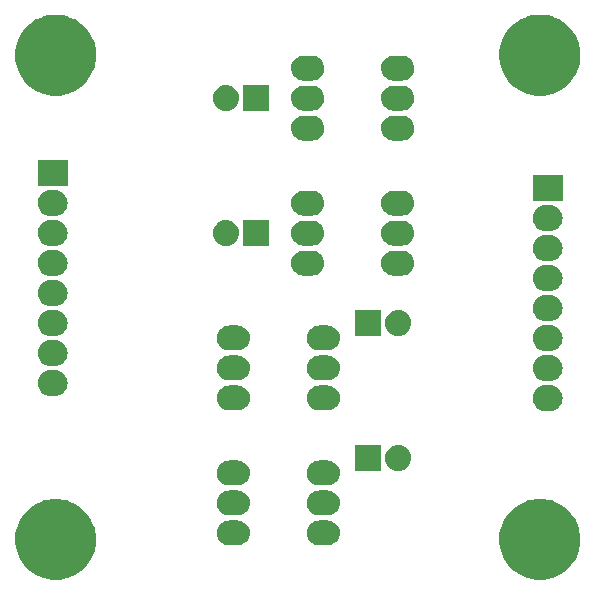
<source format=gbr>
G04 #@! TF.GenerationSoftware,KiCad,Pcbnew,(5.0.2)-1*
G04 #@! TF.CreationDate,2019-06-18T18:27:52-04:00*
G04 #@! TF.ProjectId,OptoFastBi,4f70746f-4661-4737-9442-692e6b696361,rev?*
G04 #@! TF.SameCoordinates,Original*
G04 #@! TF.FileFunction,Soldermask,Bot*
G04 #@! TF.FilePolarity,Negative*
%FSLAX46Y46*%
G04 Gerber Fmt 4.6, Leading zero omitted, Abs format (unit mm)*
G04 Created by KiCad (PCBNEW (5.0.2)-1) date 6/18/2019 6:27:52 PM*
%MOMM*%
%LPD*%
G01*
G04 APERTURE LIST*
%ADD10C,0.150000*%
G04 APERTURE END LIST*
D10*
G36*
X45668964Y-41636887D02*
X46000202Y-41702775D01*
X46258686Y-41809843D01*
X46624239Y-41961259D01*
X47185863Y-42336524D01*
X47663476Y-42814137D01*
X48038741Y-43375761D01*
X48118945Y-43569391D01*
X48297225Y-43999798D01*
X48345677Y-44243380D01*
X48429000Y-44662272D01*
X48429000Y-45337728D01*
X48297225Y-46000201D01*
X48038741Y-46624239D01*
X47663476Y-47185863D01*
X47185863Y-47663476D01*
X46624239Y-48038741D01*
X46258686Y-48190157D01*
X46000202Y-48297225D01*
X45668964Y-48363113D01*
X45337728Y-48429000D01*
X44662272Y-48429000D01*
X44331035Y-48363112D01*
X43999798Y-48297225D01*
X43741314Y-48190157D01*
X43375761Y-48038741D01*
X42814137Y-47663476D01*
X42336524Y-47185863D01*
X41961259Y-46624239D01*
X41702775Y-46000201D01*
X41571000Y-45337728D01*
X41571000Y-44662272D01*
X41654323Y-44243380D01*
X41702775Y-43999798D01*
X41881055Y-43569391D01*
X41961259Y-43375761D01*
X42336524Y-42814137D01*
X42814137Y-42336524D01*
X43375761Y-41961259D01*
X43741314Y-41809843D01*
X43999798Y-41702775D01*
X44331036Y-41636887D01*
X44662272Y-41571000D01*
X45337728Y-41571000D01*
X45668964Y-41636887D01*
X45668964Y-41636887D01*
G37*
G36*
X4668964Y-41636887D02*
X5000202Y-41702775D01*
X5258686Y-41809843D01*
X5624239Y-41961259D01*
X6185863Y-42336524D01*
X6663476Y-42814137D01*
X7038741Y-43375761D01*
X7118945Y-43569391D01*
X7297225Y-43999798D01*
X7345677Y-44243380D01*
X7429000Y-44662272D01*
X7429000Y-45337728D01*
X7297225Y-46000201D01*
X7038741Y-46624239D01*
X6663476Y-47185863D01*
X6185863Y-47663476D01*
X5624239Y-48038741D01*
X5258686Y-48190157D01*
X5000202Y-48297225D01*
X4668965Y-48363112D01*
X4337728Y-48429000D01*
X3662272Y-48429000D01*
X3331035Y-48363112D01*
X2999798Y-48297225D01*
X2741314Y-48190157D01*
X2375761Y-48038741D01*
X1814137Y-47663476D01*
X1336524Y-47185863D01*
X961259Y-46624239D01*
X702775Y-46000201D01*
X571000Y-45337728D01*
X571000Y-44662272D01*
X654323Y-44243380D01*
X702775Y-43999798D01*
X881055Y-43569391D01*
X961259Y-43375761D01*
X1336524Y-42814137D01*
X1814137Y-42336524D01*
X2375761Y-41961259D01*
X2741314Y-41809843D01*
X2999798Y-41702775D01*
X3331036Y-41636887D01*
X3662272Y-41571000D01*
X4337728Y-41571000D01*
X4668964Y-41636887D01*
X4668964Y-41636887D01*
G37*
G36*
X19503388Y-43401084D02*
X19606620Y-43411251D01*
X19739073Y-43451430D01*
X19805301Y-43471520D01*
X19903172Y-43523834D01*
X19988404Y-43569391D01*
X19988406Y-43569392D01*
X19988405Y-43569392D01*
X20148896Y-43701104D01*
X20280608Y-43861595D01*
X20378480Y-44044699D01*
X20378480Y-44044700D01*
X20438749Y-44243380D01*
X20459099Y-44450000D01*
X20438749Y-44656620D01*
X20437034Y-44662272D01*
X20378480Y-44855301D01*
X20326166Y-44953172D01*
X20280609Y-45038404D01*
X20148896Y-45198896D01*
X19988404Y-45330609D01*
X19975085Y-45337728D01*
X19805301Y-45428480D01*
X19739073Y-45448570D01*
X19606620Y-45488749D01*
X19503388Y-45498916D01*
X19451773Y-45504000D01*
X18648227Y-45504000D01*
X18596612Y-45498916D01*
X18493380Y-45488749D01*
X18360927Y-45448570D01*
X18294699Y-45428480D01*
X18124915Y-45337728D01*
X18111596Y-45330609D01*
X17951104Y-45198896D01*
X17819391Y-45038404D01*
X17773834Y-44953172D01*
X17721520Y-44855301D01*
X17662966Y-44662272D01*
X17661251Y-44656620D01*
X17640901Y-44450000D01*
X17661251Y-44243380D01*
X17721520Y-44044700D01*
X17721520Y-44044699D01*
X17819392Y-43861595D01*
X17951104Y-43701104D01*
X18111595Y-43569392D01*
X18111594Y-43569392D01*
X18111596Y-43569391D01*
X18196828Y-43523834D01*
X18294699Y-43471520D01*
X18360927Y-43451430D01*
X18493380Y-43411251D01*
X18596612Y-43401084D01*
X18648227Y-43396000D01*
X19451773Y-43396000D01*
X19503388Y-43401084D01*
X19503388Y-43401084D01*
G37*
G36*
X27123388Y-43401084D02*
X27226620Y-43411251D01*
X27359073Y-43451430D01*
X27425301Y-43471520D01*
X27523172Y-43523834D01*
X27608404Y-43569391D01*
X27608406Y-43569392D01*
X27608405Y-43569392D01*
X27768896Y-43701104D01*
X27900608Y-43861595D01*
X27998480Y-44044699D01*
X27998480Y-44044700D01*
X28058749Y-44243380D01*
X28079099Y-44450000D01*
X28058749Y-44656620D01*
X28057034Y-44662272D01*
X27998480Y-44855301D01*
X27946166Y-44953172D01*
X27900609Y-45038404D01*
X27768896Y-45198896D01*
X27608404Y-45330609D01*
X27595085Y-45337728D01*
X27425301Y-45428480D01*
X27359073Y-45448570D01*
X27226620Y-45488749D01*
X27123388Y-45498916D01*
X27071773Y-45504000D01*
X26268227Y-45504000D01*
X26216612Y-45498916D01*
X26113380Y-45488749D01*
X25980927Y-45448570D01*
X25914699Y-45428480D01*
X25744915Y-45337728D01*
X25731596Y-45330609D01*
X25571104Y-45198896D01*
X25439391Y-45038404D01*
X25393834Y-44953172D01*
X25341520Y-44855301D01*
X25282966Y-44662272D01*
X25281251Y-44656620D01*
X25260901Y-44450000D01*
X25281251Y-44243380D01*
X25341520Y-44044700D01*
X25341520Y-44044699D01*
X25439392Y-43861595D01*
X25571104Y-43701104D01*
X25731595Y-43569392D01*
X25731594Y-43569392D01*
X25731596Y-43569391D01*
X25816828Y-43523834D01*
X25914699Y-43471520D01*
X25980927Y-43451430D01*
X26113380Y-43411251D01*
X26216612Y-43401084D01*
X26268227Y-43396000D01*
X27071773Y-43396000D01*
X27123388Y-43401084D01*
X27123388Y-43401084D01*
G37*
G36*
X19503388Y-40861084D02*
X19606620Y-40871251D01*
X19739073Y-40911430D01*
X19805301Y-40931520D01*
X19903172Y-40983834D01*
X19988404Y-41029391D01*
X19988406Y-41029392D01*
X19988405Y-41029392D01*
X20148896Y-41161104D01*
X20280608Y-41321595D01*
X20378480Y-41504699D01*
X20378480Y-41504700D01*
X20438749Y-41703380D01*
X20459099Y-41910000D01*
X20438749Y-42116620D01*
X20398570Y-42249073D01*
X20378480Y-42315301D01*
X20367137Y-42336522D01*
X20280609Y-42498404D01*
X20148896Y-42658896D01*
X19988404Y-42790609D01*
X19903172Y-42836166D01*
X19805301Y-42888480D01*
X19739073Y-42908570D01*
X19606620Y-42948749D01*
X19503388Y-42958916D01*
X19451773Y-42964000D01*
X18648227Y-42964000D01*
X18596612Y-42958916D01*
X18493380Y-42948749D01*
X18360927Y-42908570D01*
X18294699Y-42888480D01*
X18196828Y-42836166D01*
X18111596Y-42790609D01*
X17951104Y-42658896D01*
X17819391Y-42498404D01*
X17732863Y-42336522D01*
X17721520Y-42315301D01*
X17701430Y-42249073D01*
X17661251Y-42116620D01*
X17640901Y-41910000D01*
X17661251Y-41703380D01*
X17721520Y-41504700D01*
X17721520Y-41504699D01*
X17819392Y-41321595D01*
X17951104Y-41161104D01*
X18111595Y-41029392D01*
X18111594Y-41029392D01*
X18111596Y-41029391D01*
X18196828Y-40983834D01*
X18294699Y-40931520D01*
X18360927Y-40911430D01*
X18493380Y-40871251D01*
X18596612Y-40861084D01*
X18648227Y-40856000D01*
X19451773Y-40856000D01*
X19503388Y-40861084D01*
X19503388Y-40861084D01*
G37*
G36*
X27123388Y-40861084D02*
X27226620Y-40871251D01*
X27359073Y-40911430D01*
X27425301Y-40931520D01*
X27523172Y-40983834D01*
X27608404Y-41029391D01*
X27608406Y-41029392D01*
X27608405Y-41029392D01*
X27768896Y-41161104D01*
X27900608Y-41321595D01*
X27998480Y-41504699D01*
X27998480Y-41504700D01*
X28058749Y-41703380D01*
X28079099Y-41910000D01*
X28058749Y-42116620D01*
X28018570Y-42249073D01*
X27998480Y-42315301D01*
X27987137Y-42336522D01*
X27900609Y-42498404D01*
X27768896Y-42658896D01*
X27608404Y-42790609D01*
X27523172Y-42836166D01*
X27425301Y-42888480D01*
X27359073Y-42908570D01*
X27226620Y-42948749D01*
X27123388Y-42958916D01*
X27071773Y-42964000D01*
X26268227Y-42964000D01*
X26216612Y-42958916D01*
X26113380Y-42948749D01*
X25980927Y-42908570D01*
X25914699Y-42888480D01*
X25816828Y-42836166D01*
X25731596Y-42790609D01*
X25571104Y-42658896D01*
X25439391Y-42498404D01*
X25352863Y-42336522D01*
X25341520Y-42315301D01*
X25321430Y-42249073D01*
X25281251Y-42116620D01*
X25260901Y-41910000D01*
X25281251Y-41703380D01*
X25341520Y-41504700D01*
X25341520Y-41504699D01*
X25439392Y-41321595D01*
X25571104Y-41161104D01*
X25731595Y-41029392D01*
X25731594Y-41029392D01*
X25731596Y-41029391D01*
X25816828Y-40983834D01*
X25914699Y-40931520D01*
X25980927Y-40911430D01*
X26113380Y-40871251D01*
X26216612Y-40861084D01*
X26268227Y-40856000D01*
X27071773Y-40856000D01*
X27123388Y-40861084D01*
X27123388Y-40861084D01*
G37*
G36*
X27123388Y-38321084D02*
X27226620Y-38331251D01*
X27359073Y-38371430D01*
X27425301Y-38391520D01*
X27523172Y-38443834D01*
X27608404Y-38489391D01*
X27608406Y-38489392D01*
X27608405Y-38489392D01*
X27768896Y-38621104D01*
X27900608Y-38781595D01*
X27998480Y-38964699D01*
X27998480Y-38964700D01*
X28058749Y-39163380D01*
X28079099Y-39370000D01*
X28058749Y-39576620D01*
X28018570Y-39709073D01*
X27998480Y-39775301D01*
X27946166Y-39873172D01*
X27900609Y-39958404D01*
X27768896Y-40118896D01*
X27608404Y-40250609D01*
X27523172Y-40296166D01*
X27425301Y-40348480D01*
X27359073Y-40368570D01*
X27226620Y-40408749D01*
X27123388Y-40418916D01*
X27071773Y-40424000D01*
X26268227Y-40424000D01*
X26216612Y-40418916D01*
X26113380Y-40408749D01*
X25980927Y-40368570D01*
X25914699Y-40348480D01*
X25816828Y-40296166D01*
X25731596Y-40250609D01*
X25571104Y-40118896D01*
X25439391Y-39958404D01*
X25393834Y-39873172D01*
X25341520Y-39775301D01*
X25321430Y-39709073D01*
X25281251Y-39576620D01*
X25260901Y-39370000D01*
X25281251Y-39163380D01*
X25341520Y-38964700D01*
X25341520Y-38964699D01*
X25439392Y-38781595D01*
X25571104Y-38621104D01*
X25731595Y-38489392D01*
X25731594Y-38489392D01*
X25731596Y-38489391D01*
X25816828Y-38443834D01*
X25914699Y-38391520D01*
X25980927Y-38371430D01*
X26113380Y-38331251D01*
X26216612Y-38321084D01*
X26268227Y-38316000D01*
X27071773Y-38316000D01*
X27123388Y-38321084D01*
X27123388Y-38321084D01*
G37*
G36*
X19503388Y-38321084D02*
X19606620Y-38331251D01*
X19739073Y-38371430D01*
X19805301Y-38391520D01*
X19903172Y-38443834D01*
X19988404Y-38489391D01*
X19988406Y-38489392D01*
X19988405Y-38489392D01*
X20148896Y-38621104D01*
X20280608Y-38781595D01*
X20378480Y-38964699D01*
X20378480Y-38964700D01*
X20438749Y-39163380D01*
X20459099Y-39370000D01*
X20438749Y-39576620D01*
X20398570Y-39709073D01*
X20378480Y-39775301D01*
X20326166Y-39873172D01*
X20280609Y-39958404D01*
X20148896Y-40118896D01*
X19988404Y-40250609D01*
X19903172Y-40296166D01*
X19805301Y-40348480D01*
X19739073Y-40368570D01*
X19606620Y-40408749D01*
X19503388Y-40418916D01*
X19451773Y-40424000D01*
X18648227Y-40424000D01*
X18596612Y-40418916D01*
X18493380Y-40408749D01*
X18360927Y-40368570D01*
X18294699Y-40348480D01*
X18196828Y-40296166D01*
X18111596Y-40250609D01*
X17951104Y-40118896D01*
X17819391Y-39958404D01*
X17773834Y-39873172D01*
X17721520Y-39775301D01*
X17701430Y-39709073D01*
X17661251Y-39576620D01*
X17640901Y-39370000D01*
X17661251Y-39163380D01*
X17721520Y-38964700D01*
X17721520Y-38964699D01*
X17819392Y-38781595D01*
X17951104Y-38621104D01*
X18111595Y-38489392D01*
X18111594Y-38489392D01*
X18111596Y-38489391D01*
X18196828Y-38443834D01*
X18294699Y-38391520D01*
X18360927Y-38371430D01*
X18493380Y-38331251D01*
X18596612Y-38321084D01*
X18648227Y-38316000D01*
X19451773Y-38316000D01*
X19503388Y-38321084D01*
X19503388Y-38321084D01*
G37*
G36*
X31584000Y-39204000D02*
X29376000Y-39204000D01*
X29376000Y-36996000D01*
X31584000Y-36996000D01*
X31584000Y-39204000D01*
X31584000Y-39204000D01*
G37*
G36*
X33236423Y-37011974D02*
X33444526Y-37075102D01*
X33636313Y-37177614D01*
X33804423Y-37315577D01*
X33942386Y-37483687D01*
X34044898Y-37675474D01*
X34108026Y-37883577D01*
X34129341Y-38100000D01*
X34108026Y-38316423D01*
X34044898Y-38524526D01*
X33942386Y-38716313D01*
X33942384Y-38716316D01*
X33942383Y-38716317D01*
X33804423Y-38884423D01*
X33706606Y-38964699D01*
X33636313Y-39022386D01*
X33444526Y-39124898D01*
X33236423Y-39188026D01*
X33074231Y-39204000D01*
X32965769Y-39204000D01*
X32803577Y-39188026D01*
X32595474Y-39124898D01*
X32403687Y-39022386D01*
X32333395Y-38964699D01*
X32235577Y-38884423D01*
X32097617Y-38716317D01*
X32097616Y-38716316D01*
X32097614Y-38716313D01*
X31995102Y-38524526D01*
X31931974Y-38316423D01*
X31910659Y-38100000D01*
X31931974Y-37883577D01*
X31995102Y-37675474D01*
X32097614Y-37483687D01*
X32235577Y-37315577D01*
X32403687Y-37177614D01*
X32595474Y-37075102D01*
X32803577Y-37011974D01*
X32965769Y-36996000D01*
X33074231Y-36996000D01*
X33236423Y-37011974D01*
X33236423Y-37011974D01*
G37*
G36*
X45922029Y-31917790D02*
X46031488Y-31928571D01*
X46187340Y-31975849D01*
X46242160Y-31992478D01*
X46436310Y-32096253D01*
X46606486Y-32235914D01*
X46746147Y-32406090D01*
X46849922Y-32600240D01*
X46849923Y-32600244D01*
X46913829Y-32810912D01*
X46935407Y-33030000D01*
X46913829Y-33249088D01*
X46866551Y-33404940D01*
X46849922Y-33459760D01*
X46746147Y-33653910D01*
X46606486Y-33824086D01*
X46436310Y-33963747D01*
X46242160Y-34067522D01*
X46187340Y-34084151D01*
X46031488Y-34131429D01*
X45922029Y-34142210D01*
X45867300Y-34147600D01*
X45452700Y-34147600D01*
X45397971Y-34142210D01*
X45288512Y-34131429D01*
X45132660Y-34084151D01*
X45077840Y-34067522D01*
X44883690Y-33963747D01*
X44713514Y-33824086D01*
X44573853Y-33653910D01*
X44470078Y-33459760D01*
X44453449Y-33404940D01*
X44406171Y-33249088D01*
X44384593Y-33030000D01*
X44406171Y-32810912D01*
X44470077Y-32600244D01*
X44470078Y-32600240D01*
X44573853Y-32406090D01*
X44713514Y-32235914D01*
X44883690Y-32096253D01*
X45077840Y-31992478D01*
X45132660Y-31975849D01*
X45288512Y-31928571D01*
X45397971Y-31917790D01*
X45452700Y-31912400D01*
X45867300Y-31912400D01*
X45922029Y-31917790D01*
X45922029Y-31917790D01*
G37*
G36*
X19503388Y-31971084D02*
X19606620Y-31981251D01*
X19739073Y-32021430D01*
X19805301Y-32041520D01*
X19903172Y-32093834D01*
X19988404Y-32139391D01*
X20106017Y-32235914D01*
X20148896Y-32271104D01*
X20280608Y-32431595D01*
X20378480Y-32614699D01*
X20378480Y-32614700D01*
X20438749Y-32813380D01*
X20459099Y-33020000D01*
X20438749Y-33226620D01*
X20431934Y-33249086D01*
X20378480Y-33425301D01*
X20360063Y-33459756D01*
X20280609Y-33608404D01*
X20148896Y-33768896D01*
X19988404Y-33900609D01*
X19903172Y-33946166D01*
X19805301Y-33998480D01*
X19739073Y-34018570D01*
X19606620Y-34058749D01*
X19517545Y-34067522D01*
X19451773Y-34074000D01*
X18648227Y-34074000D01*
X18582455Y-34067522D01*
X18493380Y-34058749D01*
X18360927Y-34018570D01*
X18294699Y-33998480D01*
X18196828Y-33946166D01*
X18111596Y-33900609D01*
X17951104Y-33768896D01*
X17819391Y-33608404D01*
X17739937Y-33459756D01*
X17721520Y-33425301D01*
X17668066Y-33249086D01*
X17661251Y-33226620D01*
X17640901Y-33020000D01*
X17661251Y-32813380D01*
X17721520Y-32614700D01*
X17721520Y-32614699D01*
X17819392Y-32431595D01*
X17951104Y-32271104D01*
X17993983Y-32235914D01*
X18111596Y-32139391D01*
X18196828Y-32093834D01*
X18294699Y-32041520D01*
X18360927Y-32021430D01*
X18493380Y-31981251D01*
X18596612Y-31971084D01*
X18648227Y-31966000D01*
X19451773Y-31966000D01*
X19503388Y-31971084D01*
X19503388Y-31971084D01*
G37*
G36*
X27123388Y-31971084D02*
X27226620Y-31981251D01*
X27359073Y-32021430D01*
X27425301Y-32041520D01*
X27523172Y-32093834D01*
X27608404Y-32139391D01*
X27726017Y-32235914D01*
X27768896Y-32271104D01*
X27900608Y-32431595D01*
X27998480Y-32614699D01*
X27998480Y-32614700D01*
X28058749Y-32813380D01*
X28079099Y-33020000D01*
X28058749Y-33226620D01*
X28051934Y-33249086D01*
X27998480Y-33425301D01*
X27980063Y-33459756D01*
X27900609Y-33608404D01*
X27768896Y-33768896D01*
X27608404Y-33900609D01*
X27523172Y-33946166D01*
X27425301Y-33998480D01*
X27359073Y-34018570D01*
X27226620Y-34058749D01*
X27137545Y-34067522D01*
X27071773Y-34074000D01*
X26268227Y-34074000D01*
X26202455Y-34067522D01*
X26113380Y-34058749D01*
X25980927Y-34018570D01*
X25914699Y-33998480D01*
X25816828Y-33946166D01*
X25731596Y-33900609D01*
X25571104Y-33768896D01*
X25439391Y-33608404D01*
X25359937Y-33459756D01*
X25341520Y-33425301D01*
X25288066Y-33249086D01*
X25281251Y-33226620D01*
X25260901Y-33020000D01*
X25281251Y-32813380D01*
X25341520Y-32614700D01*
X25341520Y-32614699D01*
X25439392Y-32431595D01*
X25571104Y-32271104D01*
X25613983Y-32235914D01*
X25731596Y-32139391D01*
X25816828Y-32093834D01*
X25914699Y-32041520D01*
X25980927Y-32021430D01*
X26113380Y-31981251D01*
X26216612Y-31971084D01*
X26268227Y-31966000D01*
X27071773Y-31966000D01*
X27123388Y-31971084D01*
X27123388Y-31971084D01*
G37*
G36*
X4012029Y-30647790D02*
X4121488Y-30658571D01*
X4213952Y-30686620D01*
X4332160Y-30722478D01*
X4526310Y-30826253D01*
X4696486Y-30965914D01*
X4836147Y-31136090D01*
X4939922Y-31330240D01*
X4939923Y-31330244D01*
X5003829Y-31540912D01*
X5025407Y-31760000D01*
X5003829Y-31979088D01*
X4999767Y-31992477D01*
X4939922Y-32189760D01*
X4836147Y-32383910D01*
X4696486Y-32554086D01*
X4526310Y-32693747D01*
X4332160Y-32797522D01*
X4288019Y-32810912D01*
X4121488Y-32861429D01*
X4012029Y-32872210D01*
X3957300Y-32877600D01*
X3542700Y-32877600D01*
X3487971Y-32872210D01*
X3378512Y-32861429D01*
X3211981Y-32810912D01*
X3167840Y-32797522D01*
X2973690Y-32693747D01*
X2803514Y-32554086D01*
X2663853Y-32383910D01*
X2560078Y-32189760D01*
X2500233Y-31992477D01*
X2496171Y-31979088D01*
X2474593Y-31760000D01*
X2496171Y-31540912D01*
X2560077Y-31330244D01*
X2560078Y-31330240D01*
X2663853Y-31136090D01*
X2803514Y-30965914D01*
X2973690Y-30826253D01*
X3167840Y-30722478D01*
X3286048Y-30686620D01*
X3378512Y-30658571D01*
X3487971Y-30647790D01*
X3542700Y-30642400D01*
X3957300Y-30642400D01*
X4012029Y-30647790D01*
X4012029Y-30647790D01*
G37*
G36*
X45922029Y-29377790D02*
X46031488Y-29388571D01*
X46187340Y-29435849D01*
X46242160Y-29452478D01*
X46436310Y-29556253D01*
X46606486Y-29695914D01*
X46746147Y-29866090D01*
X46849922Y-30060240D01*
X46849923Y-30060244D01*
X46913829Y-30270912D01*
X46935407Y-30490000D01*
X46913829Y-30709088D01*
X46909767Y-30722477D01*
X46849922Y-30919760D01*
X46746147Y-31113910D01*
X46606486Y-31284086D01*
X46436310Y-31423747D01*
X46242160Y-31527522D01*
X46198019Y-31540912D01*
X46031488Y-31591429D01*
X45922029Y-31602210D01*
X45867300Y-31607600D01*
X45452700Y-31607600D01*
X45397971Y-31602210D01*
X45288512Y-31591429D01*
X45121981Y-31540912D01*
X45077840Y-31527522D01*
X44883690Y-31423747D01*
X44713514Y-31284086D01*
X44573853Y-31113910D01*
X44470078Y-30919760D01*
X44410233Y-30722477D01*
X44406171Y-30709088D01*
X44384593Y-30490000D01*
X44406171Y-30270912D01*
X44470077Y-30060244D01*
X44470078Y-30060240D01*
X44573853Y-29866090D01*
X44713514Y-29695914D01*
X44883690Y-29556253D01*
X45077840Y-29452478D01*
X45132660Y-29435849D01*
X45288512Y-29388571D01*
X45397971Y-29377790D01*
X45452700Y-29372400D01*
X45867300Y-29372400D01*
X45922029Y-29377790D01*
X45922029Y-29377790D01*
G37*
G36*
X27123388Y-29431084D02*
X27226620Y-29441251D01*
X27359073Y-29481430D01*
X27425301Y-29501520D01*
X27523172Y-29553834D01*
X27608404Y-29599391D01*
X27726017Y-29695914D01*
X27768896Y-29731104D01*
X27900608Y-29891595D01*
X27998480Y-30074699D01*
X27998480Y-30074700D01*
X28058749Y-30273380D01*
X28079099Y-30480000D01*
X28058749Y-30686620D01*
X28018570Y-30819073D01*
X27998480Y-30885301D01*
X27980063Y-30919756D01*
X27900609Y-31068404D01*
X27768896Y-31228896D01*
X27608404Y-31360609D01*
X27523172Y-31406166D01*
X27425301Y-31458480D01*
X27359073Y-31478570D01*
X27226620Y-31518749D01*
X27137545Y-31527522D01*
X27071773Y-31534000D01*
X26268227Y-31534000D01*
X26202455Y-31527522D01*
X26113380Y-31518749D01*
X25980927Y-31478570D01*
X25914699Y-31458480D01*
X25816828Y-31406166D01*
X25731596Y-31360609D01*
X25571104Y-31228896D01*
X25439391Y-31068404D01*
X25359937Y-30919756D01*
X25341520Y-30885301D01*
X25321430Y-30819073D01*
X25281251Y-30686620D01*
X25260901Y-30480000D01*
X25281251Y-30273380D01*
X25341520Y-30074700D01*
X25341520Y-30074699D01*
X25439392Y-29891595D01*
X25571104Y-29731104D01*
X25613983Y-29695914D01*
X25731596Y-29599391D01*
X25816828Y-29553834D01*
X25914699Y-29501520D01*
X25980927Y-29481430D01*
X26113380Y-29441251D01*
X26216612Y-29431084D01*
X26268227Y-29426000D01*
X27071773Y-29426000D01*
X27123388Y-29431084D01*
X27123388Y-29431084D01*
G37*
G36*
X19503388Y-29431084D02*
X19606620Y-29441251D01*
X19739073Y-29481430D01*
X19805301Y-29501520D01*
X19903172Y-29553834D01*
X19988404Y-29599391D01*
X20106017Y-29695914D01*
X20148896Y-29731104D01*
X20280608Y-29891595D01*
X20378480Y-30074699D01*
X20378480Y-30074700D01*
X20438749Y-30273380D01*
X20459099Y-30480000D01*
X20438749Y-30686620D01*
X20398570Y-30819073D01*
X20378480Y-30885301D01*
X20360063Y-30919756D01*
X20280609Y-31068404D01*
X20148896Y-31228896D01*
X19988404Y-31360609D01*
X19903172Y-31406166D01*
X19805301Y-31458480D01*
X19739073Y-31478570D01*
X19606620Y-31518749D01*
X19517545Y-31527522D01*
X19451773Y-31534000D01*
X18648227Y-31534000D01*
X18582455Y-31527522D01*
X18493380Y-31518749D01*
X18360927Y-31478570D01*
X18294699Y-31458480D01*
X18196828Y-31406166D01*
X18111596Y-31360609D01*
X17951104Y-31228896D01*
X17819391Y-31068404D01*
X17739937Y-30919756D01*
X17721520Y-30885301D01*
X17701430Y-30819073D01*
X17661251Y-30686620D01*
X17640901Y-30480000D01*
X17661251Y-30273380D01*
X17721520Y-30074700D01*
X17721520Y-30074699D01*
X17819392Y-29891595D01*
X17951104Y-29731104D01*
X17993983Y-29695914D01*
X18111596Y-29599391D01*
X18196828Y-29553834D01*
X18294699Y-29501520D01*
X18360927Y-29481430D01*
X18493380Y-29441251D01*
X18596612Y-29431084D01*
X18648227Y-29426000D01*
X19451773Y-29426000D01*
X19503388Y-29431084D01*
X19503388Y-29431084D01*
G37*
G36*
X4012029Y-28107790D02*
X4121488Y-28118571D01*
X4213952Y-28146620D01*
X4332160Y-28182478D01*
X4526310Y-28286253D01*
X4696486Y-28425914D01*
X4836147Y-28596090D01*
X4939922Y-28790240D01*
X4939923Y-28790244D01*
X5003829Y-29000912D01*
X5025407Y-29220000D01*
X5003829Y-29439088D01*
X4999767Y-29452477D01*
X4939922Y-29649760D01*
X4836147Y-29843910D01*
X4696486Y-30014086D01*
X4526310Y-30153747D01*
X4332160Y-30257522D01*
X4288019Y-30270912D01*
X4121488Y-30321429D01*
X4012029Y-30332210D01*
X3957300Y-30337600D01*
X3542700Y-30337600D01*
X3487971Y-30332210D01*
X3378512Y-30321429D01*
X3211981Y-30270912D01*
X3167840Y-30257522D01*
X2973690Y-30153747D01*
X2803514Y-30014086D01*
X2663853Y-29843910D01*
X2560078Y-29649760D01*
X2500233Y-29452477D01*
X2496171Y-29439088D01*
X2474593Y-29220000D01*
X2496171Y-29000912D01*
X2560077Y-28790244D01*
X2560078Y-28790240D01*
X2663853Y-28596090D01*
X2803514Y-28425914D01*
X2973690Y-28286253D01*
X3167840Y-28182478D01*
X3286048Y-28146620D01*
X3378512Y-28118571D01*
X3487971Y-28107790D01*
X3542700Y-28102400D01*
X3957300Y-28102400D01*
X4012029Y-28107790D01*
X4012029Y-28107790D01*
G37*
G36*
X45922029Y-26837790D02*
X46031488Y-26848571D01*
X46156265Y-26886422D01*
X46242160Y-26912478D01*
X46436310Y-27016253D01*
X46606486Y-27155914D01*
X46746147Y-27326090D01*
X46849922Y-27520240D01*
X46849923Y-27520244D01*
X46913829Y-27730912D01*
X46935407Y-27950000D01*
X46913829Y-28169088D01*
X46909767Y-28182477D01*
X46849922Y-28379760D01*
X46746147Y-28573910D01*
X46606486Y-28744086D01*
X46436310Y-28883747D01*
X46242160Y-28987522D01*
X46198019Y-29000912D01*
X46031488Y-29051429D01*
X45922029Y-29062210D01*
X45867300Y-29067600D01*
X45452700Y-29067600D01*
X45397971Y-29062210D01*
X45288512Y-29051429D01*
X45121981Y-29000912D01*
X45077840Y-28987522D01*
X44883690Y-28883747D01*
X44713514Y-28744086D01*
X44573853Y-28573910D01*
X44470078Y-28379760D01*
X44410233Y-28182477D01*
X44406171Y-28169088D01*
X44384593Y-27950000D01*
X44406171Y-27730912D01*
X44470077Y-27520244D01*
X44470078Y-27520240D01*
X44573853Y-27326090D01*
X44713514Y-27155914D01*
X44883690Y-27016253D01*
X45077840Y-26912478D01*
X45163735Y-26886422D01*
X45288512Y-26848571D01*
X45397971Y-26837790D01*
X45452700Y-26832400D01*
X45867300Y-26832400D01*
X45922029Y-26837790D01*
X45922029Y-26837790D01*
G37*
G36*
X27123388Y-26891084D02*
X27226620Y-26901251D01*
X27359073Y-26941430D01*
X27425301Y-26961520D01*
X27523172Y-27013834D01*
X27608404Y-27059391D01*
X27726017Y-27155914D01*
X27768896Y-27191104D01*
X27900608Y-27351595D01*
X27998480Y-27534699D01*
X27998480Y-27534700D01*
X28058749Y-27733380D01*
X28079099Y-27940000D01*
X28058749Y-28146620D01*
X28018570Y-28279073D01*
X27998480Y-28345301D01*
X27980063Y-28379756D01*
X27900609Y-28528404D01*
X27768896Y-28688896D01*
X27608404Y-28820609D01*
X27523172Y-28866166D01*
X27425301Y-28918480D01*
X27359073Y-28938570D01*
X27226620Y-28978749D01*
X27137545Y-28987522D01*
X27071773Y-28994000D01*
X26268227Y-28994000D01*
X26202455Y-28987522D01*
X26113380Y-28978749D01*
X25980927Y-28938570D01*
X25914699Y-28918480D01*
X25816828Y-28866166D01*
X25731596Y-28820609D01*
X25571104Y-28688896D01*
X25439391Y-28528404D01*
X25359937Y-28379756D01*
X25341520Y-28345301D01*
X25321430Y-28279073D01*
X25281251Y-28146620D01*
X25260901Y-27940000D01*
X25281251Y-27733380D01*
X25341520Y-27534700D01*
X25341520Y-27534699D01*
X25439392Y-27351595D01*
X25571104Y-27191104D01*
X25613983Y-27155914D01*
X25731596Y-27059391D01*
X25816828Y-27013834D01*
X25914699Y-26961520D01*
X25980927Y-26941430D01*
X26113380Y-26901251D01*
X26216612Y-26891084D01*
X26268227Y-26886000D01*
X27071773Y-26886000D01*
X27123388Y-26891084D01*
X27123388Y-26891084D01*
G37*
G36*
X19503388Y-26891084D02*
X19606620Y-26901251D01*
X19739073Y-26941430D01*
X19805301Y-26961520D01*
X19903172Y-27013834D01*
X19988404Y-27059391D01*
X20106017Y-27155914D01*
X20148896Y-27191104D01*
X20280608Y-27351595D01*
X20378480Y-27534699D01*
X20378480Y-27534700D01*
X20438749Y-27733380D01*
X20459099Y-27940000D01*
X20438749Y-28146620D01*
X20398570Y-28279073D01*
X20378480Y-28345301D01*
X20360063Y-28379756D01*
X20280609Y-28528404D01*
X20148896Y-28688896D01*
X19988404Y-28820609D01*
X19903172Y-28866166D01*
X19805301Y-28918480D01*
X19739073Y-28938570D01*
X19606620Y-28978749D01*
X19517545Y-28987522D01*
X19451773Y-28994000D01*
X18648227Y-28994000D01*
X18582455Y-28987522D01*
X18493380Y-28978749D01*
X18360927Y-28938570D01*
X18294699Y-28918480D01*
X18196828Y-28866166D01*
X18111596Y-28820609D01*
X17951104Y-28688896D01*
X17819391Y-28528404D01*
X17739937Y-28379756D01*
X17721520Y-28345301D01*
X17701430Y-28279073D01*
X17661251Y-28146620D01*
X17640901Y-27940000D01*
X17661251Y-27733380D01*
X17721520Y-27534700D01*
X17721520Y-27534699D01*
X17819392Y-27351595D01*
X17951104Y-27191104D01*
X17993983Y-27155914D01*
X18111596Y-27059391D01*
X18196828Y-27013834D01*
X18294699Y-26961520D01*
X18360927Y-26941430D01*
X18493380Y-26901251D01*
X18596612Y-26891084D01*
X18648227Y-26886000D01*
X19451773Y-26886000D01*
X19503388Y-26891084D01*
X19503388Y-26891084D01*
G37*
G36*
X3993851Y-25566000D02*
X4121488Y-25578571D01*
X4277340Y-25625849D01*
X4332160Y-25642478D01*
X4526310Y-25746253D01*
X4696486Y-25885914D01*
X4836147Y-26056090D01*
X4939922Y-26250240D01*
X4939923Y-26250244D01*
X5003829Y-26460912D01*
X5025407Y-26680000D01*
X5003829Y-26899088D01*
X4999767Y-26912477D01*
X4939922Y-27109760D01*
X4836147Y-27303910D01*
X4696486Y-27474086D01*
X4526310Y-27613747D01*
X4332160Y-27717522D01*
X4288019Y-27730912D01*
X4121488Y-27781429D01*
X4012029Y-27792210D01*
X3957300Y-27797600D01*
X3542700Y-27797600D01*
X3487971Y-27792210D01*
X3378512Y-27781429D01*
X3211981Y-27730912D01*
X3167840Y-27717522D01*
X2973690Y-27613747D01*
X2803514Y-27474086D01*
X2663853Y-27303910D01*
X2560078Y-27109760D01*
X2500233Y-26912477D01*
X2496171Y-26899088D01*
X2474593Y-26680000D01*
X2496171Y-26460912D01*
X2560077Y-26250244D01*
X2560078Y-26250240D01*
X2663853Y-26056090D01*
X2803514Y-25885914D01*
X2973690Y-25746253D01*
X3167840Y-25642478D01*
X3222660Y-25625849D01*
X3378512Y-25578571D01*
X3506149Y-25566000D01*
X3542700Y-25562400D01*
X3957300Y-25562400D01*
X3993851Y-25566000D01*
X3993851Y-25566000D01*
G37*
G36*
X33236423Y-25581974D02*
X33444526Y-25645102D01*
X33636313Y-25747614D01*
X33636316Y-25747616D01*
X33636317Y-25747617D01*
X33748594Y-25839760D01*
X33804423Y-25885577D01*
X33942386Y-26053687D01*
X34044898Y-26245474D01*
X34108026Y-26453577D01*
X34129341Y-26670000D01*
X34108026Y-26886423D01*
X34044898Y-27094526D01*
X33942386Y-27286313D01*
X33942384Y-27286316D01*
X33942383Y-27286317D01*
X33804423Y-27454423D01*
X33706606Y-27534699D01*
X33636313Y-27592386D01*
X33444526Y-27694898D01*
X33236423Y-27758026D01*
X33074231Y-27774000D01*
X32965769Y-27774000D01*
X32803577Y-27758026D01*
X32595474Y-27694898D01*
X32403687Y-27592386D01*
X32333395Y-27534699D01*
X32235577Y-27454423D01*
X32097617Y-27286317D01*
X32097616Y-27286316D01*
X32097614Y-27286313D01*
X31995102Y-27094526D01*
X31931974Y-26886423D01*
X31910659Y-26670000D01*
X31931974Y-26453577D01*
X31995102Y-26245474D01*
X32097614Y-26053687D01*
X32235577Y-25885577D01*
X32291406Y-25839760D01*
X32403683Y-25747617D01*
X32403684Y-25747616D01*
X32403687Y-25747614D01*
X32595474Y-25645102D01*
X32803577Y-25581974D01*
X32965769Y-25566000D01*
X33074231Y-25566000D01*
X33236423Y-25581974D01*
X33236423Y-25581974D01*
G37*
G36*
X31584000Y-27774000D02*
X29376000Y-27774000D01*
X29376000Y-25566000D01*
X31584000Y-25566000D01*
X31584000Y-27774000D01*
X31584000Y-27774000D01*
G37*
G36*
X45922029Y-24297790D02*
X46031488Y-24308571D01*
X46187340Y-24355849D01*
X46242160Y-24372478D01*
X46436310Y-24476253D01*
X46606486Y-24615914D01*
X46746147Y-24786090D01*
X46849922Y-24980240D01*
X46849923Y-24980244D01*
X46913829Y-25190912D01*
X46935407Y-25410000D01*
X46913829Y-25629088D01*
X46878287Y-25746253D01*
X46849922Y-25839760D01*
X46746147Y-26033910D01*
X46606486Y-26204086D01*
X46436310Y-26343747D01*
X46242160Y-26447522D01*
X46222199Y-26453577D01*
X46031488Y-26511429D01*
X45922029Y-26522210D01*
X45867300Y-26527600D01*
X45452700Y-26527600D01*
X45397971Y-26522210D01*
X45288512Y-26511429D01*
X45097801Y-26453577D01*
X45077840Y-26447522D01*
X44883690Y-26343747D01*
X44713514Y-26204086D01*
X44573853Y-26033910D01*
X44470078Y-25839760D01*
X44441713Y-25746253D01*
X44406171Y-25629088D01*
X44384593Y-25410000D01*
X44406171Y-25190912D01*
X44470077Y-24980244D01*
X44470078Y-24980240D01*
X44573853Y-24786090D01*
X44713514Y-24615914D01*
X44883690Y-24476253D01*
X45077840Y-24372478D01*
X45132660Y-24355849D01*
X45288512Y-24308571D01*
X45397971Y-24297790D01*
X45452700Y-24292400D01*
X45867300Y-24292400D01*
X45922029Y-24297790D01*
X45922029Y-24297790D01*
G37*
G36*
X4012029Y-23027790D02*
X4121488Y-23038571D01*
X4277340Y-23085849D01*
X4332160Y-23102478D01*
X4526310Y-23206253D01*
X4696486Y-23345914D01*
X4836147Y-23516090D01*
X4939922Y-23710240D01*
X4939923Y-23710244D01*
X5003829Y-23920912D01*
X5025407Y-24140000D01*
X5003829Y-24359088D01*
X4999767Y-24372477D01*
X4939922Y-24569760D01*
X4836147Y-24763910D01*
X4696486Y-24934086D01*
X4526310Y-25073747D01*
X4332160Y-25177522D01*
X4288019Y-25190912D01*
X4121488Y-25241429D01*
X4012029Y-25252210D01*
X3957300Y-25257600D01*
X3542700Y-25257600D01*
X3487971Y-25252210D01*
X3378512Y-25241429D01*
X3211981Y-25190912D01*
X3167840Y-25177522D01*
X2973690Y-25073747D01*
X2803514Y-24934086D01*
X2663853Y-24763910D01*
X2560078Y-24569760D01*
X2500233Y-24372477D01*
X2496171Y-24359088D01*
X2474593Y-24140000D01*
X2496171Y-23920912D01*
X2560077Y-23710244D01*
X2560078Y-23710240D01*
X2663853Y-23516090D01*
X2803514Y-23345914D01*
X2973690Y-23206253D01*
X3167840Y-23102478D01*
X3222660Y-23085849D01*
X3378512Y-23038571D01*
X3487971Y-23027790D01*
X3542700Y-23022400D01*
X3957300Y-23022400D01*
X4012029Y-23027790D01*
X4012029Y-23027790D01*
G37*
G36*
X45922029Y-21757790D02*
X46031488Y-21768571D01*
X46187340Y-21815849D01*
X46242160Y-21832478D01*
X46436310Y-21936253D01*
X46606486Y-22075914D01*
X46746147Y-22246090D01*
X46849922Y-22440240D01*
X46849923Y-22440244D01*
X46913829Y-22650912D01*
X46935407Y-22870000D01*
X46913829Y-23089088D01*
X46909767Y-23102477D01*
X46849922Y-23299760D01*
X46746147Y-23493910D01*
X46606486Y-23664086D01*
X46436310Y-23803747D01*
X46242160Y-23907522D01*
X46198019Y-23920912D01*
X46031488Y-23971429D01*
X45922029Y-23982210D01*
X45867300Y-23987600D01*
X45452700Y-23987600D01*
X45397971Y-23982210D01*
X45288512Y-23971429D01*
X45121981Y-23920912D01*
X45077840Y-23907522D01*
X44883690Y-23803747D01*
X44713514Y-23664086D01*
X44573853Y-23493910D01*
X44470078Y-23299760D01*
X44410233Y-23102477D01*
X44406171Y-23089088D01*
X44384593Y-22870000D01*
X44406171Y-22650912D01*
X44470077Y-22440244D01*
X44470078Y-22440240D01*
X44573853Y-22246090D01*
X44713514Y-22075914D01*
X44883690Y-21936253D01*
X45077840Y-21832478D01*
X45132660Y-21815849D01*
X45288512Y-21768571D01*
X45397971Y-21757790D01*
X45452700Y-21752400D01*
X45867300Y-21752400D01*
X45922029Y-21757790D01*
X45922029Y-21757790D01*
G37*
G36*
X4012029Y-20487790D02*
X4121488Y-20498571D01*
X4277340Y-20545849D01*
X4332160Y-20562478D01*
X4526310Y-20666253D01*
X4696486Y-20805914D01*
X4836147Y-20976090D01*
X4939922Y-21170240D01*
X4947342Y-21194700D01*
X5003829Y-21380912D01*
X5025407Y-21600000D01*
X5003829Y-21819088D01*
X4999767Y-21832477D01*
X4939922Y-22029760D01*
X4836147Y-22223910D01*
X4696486Y-22394086D01*
X4526310Y-22533747D01*
X4332160Y-22637522D01*
X4288019Y-22650912D01*
X4121488Y-22701429D01*
X4012029Y-22712210D01*
X3957300Y-22717600D01*
X3542700Y-22717600D01*
X3487971Y-22712210D01*
X3378512Y-22701429D01*
X3211981Y-22650912D01*
X3167840Y-22637522D01*
X2973690Y-22533747D01*
X2803514Y-22394086D01*
X2663853Y-22223910D01*
X2560078Y-22029760D01*
X2500233Y-21832477D01*
X2496171Y-21819088D01*
X2474593Y-21600000D01*
X2496171Y-21380912D01*
X2552658Y-21194700D01*
X2560078Y-21170240D01*
X2663853Y-20976090D01*
X2803514Y-20805914D01*
X2973690Y-20666253D01*
X3167840Y-20562478D01*
X3222660Y-20545849D01*
X3378512Y-20498571D01*
X3487971Y-20487790D01*
X3542700Y-20482400D01*
X3957300Y-20482400D01*
X4012029Y-20487790D01*
X4012029Y-20487790D01*
G37*
G36*
X33413388Y-20551084D02*
X33516620Y-20561251D01*
X33649073Y-20601430D01*
X33715301Y-20621520D01*
X33798990Y-20666253D01*
X33898404Y-20719391D01*
X34003832Y-20805914D01*
X34058896Y-20851104D01*
X34190608Y-21011595D01*
X34288480Y-21194699D01*
X34288480Y-21194700D01*
X34348749Y-21393380D01*
X34369099Y-21600000D01*
X34348749Y-21806620D01*
X34340905Y-21832477D01*
X34288480Y-22005301D01*
X34275408Y-22029756D01*
X34190609Y-22188404D01*
X34058896Y-22348896D01*
X33898404Y-22480609D01*
X33813172Y-22526166D01*
X33715301Y-22578480D01*
X33649073Y-22598570D01*
X33516620Y-22638749D01*
X33413388Y-22648916D01*
X33361773Y-22654000D01*
X32558227Y-22654000D01*
X32506612Y-22648916D01*
X32403380Y-22638749D01*
X32270927Y-22598570D01*
X32204699Y-22578480D01*
X32106828Y-22526166D01*
X32021596Y-22480609D01*
X31861104Y-22348896D01*
X31729391Y-22188404D01*
X31644592Y-22029756D01*
X31631520Y-22005301D01*
X31579095Y-21832477D01*
X31571251Y-21806620D01*
X31550901Y-21600000D01*
X31571251Y-21393380D01*
X31631520Y-21194700D01*
X31631520Y-21194699D01*
X31729392Y-21011595D01*
X31861104Y-20851104D01*
X31916168Y-20805914D01*
X32021596Y-20719391D01*
X32121010Y-20666253D01*
X32204699Y-20621520D01*
X32270927Y-20601430D01*
X32403380Y-20561251D01*
X32506612Y-20551084D01*
X32558227Y-20546000D01*
X33361773Y-20546000D01*
X33413388Y-20551084D01*
X33413388Y-20551084D01*
G37*
G36*
X25793388Y-20551084D02*
X25896620Y-20561251D01*
X26029073Y-20601430D01*
X26095301Y-20621520D01*
X26178990Y-20666253D01*
X26278404Y-20719391D01*
X26383832Y-20805914D01*
X26438896Y-20851104D01*
X26570608Y-21011595D01*
X26668480Y-21194699D01*
X26668480Y-21194700D01*
X26728749Y-21393380D01*
X26749099Y-21600000D01*
X26728749Y-21806620D01*
X26720905Y-21832477D01*
X26668480Y-22005301D01*
X26655408Y-22029756D01*
X26570609Y-22188404D01*
X26438896Y-22348896D01*
X26278404Y-22480609D01*
X26193172Y-22526166D01*
X26095301Y-22578480D01*
X26029073Y-22598570D01*
X25896620Y-22638749D01*
X25793388Y-22648916D01*
X25741773Y-22654000D01*
X24938227Y-22654000D01*
X24886612Y-22648916D01*
X24783380Y-22638749D01*
X24650927Y-22598570D01*
X24584699Y-22578480D01*
X24486828Y-22526166D01*
X24401596Y-22480609D01*
X24241104Y-22348896D01*
X24109391Y-22188404D01*
X24024592Y-22029756D01*
X24011520Y-22005301D01*
X23959095Y-21832477D01*
X23951251Y-21806620D01*
X23930901Y-21600000D01*
X23951251Y-21393380D01*
X24011520Y-21194700D01*
X24011520Y-21194699D01*
X24109392Y-21011595D01*
X24241104Y-20851104D01*
X24296168Y-20805914D01*
X24401596Y-20719391D01*
X24501010Y-20666253D01*
X24584699Y-20621520D01*
X24650927Y-20601430D01*
X24783380Y-20561251D01*
X24886612Y-20551084D01*
X24938227Y-20546000D01*
X25741773Y-20546000D01*
X25793388Y-20551084D01*
X25793388Y-20551084D01*
G37*
G36*
X45922029Y-19217790D02*
X46031488Y-19228571D01*
X46187340Y-19275849D01*
X46242160Y-19292478D01*
X46436310Y-19396253D01*
X46606486Y-19535914D01*
X46746147Y-19706090D01*
X46849922Y-19900240D01*
X46849923Y-19900244D01*
X46913829Y-20110912D01*
X46935407Y-20330000D01*
X46913829Y-20549088D01*
X46878287Y-20666253D01*
X46849922Y-20759760D01*
X46746147Y-20953910D01*
X46606486Y-21124086D01*
X46436310Y-21263747D01*
X46242160Y-21367522D01*
X46198019Y-21380912D01*
X46031488Y-21431429D01*
X45922029Y-21442210D01*
X45867300Y-21447600D01*
X45452700Y-21447600D01*
X45397971Y-21442210D01*
X45288512Y-21431429D01*
X45121981Y-21380912D01*
X45077840Y-21367522D01*
X44883690Y-21263747D01*
X44713514Y-21124086D01*
X44573853Y-20953910D01*
X44470078Y-20759760D01*
X44441713Y-20666253D01*
X44406171Y-20549088D01*
X44384593Y-20330000D01*
X44406171Y-20110912D01*
X44470077Y-19900244D01*
X44470078Y-19900240D01*
X44573853Y-19706090D01*
X44713514Y-19535914D01*
X44883690Y-19396253D01*
X45077840Y-19292478D01*
X45132660Y-19275849D01*
X45288512Y-19228571D01*
X45397971Y-19217790D01*
X45452700Y-19212400D01*
X45867300Y-19212400D01*
X45922029Y-19217790D01*
X45922029Y-19217790D01*
G37*
G36*
X3993851Y-17946000D02*
X4121488Y-17958571D01*
X4277340Y-18005849D01*
X4332160Y-18022478D01*
X4526310Y-18126253D01*
X4696486Y-18265914D01*
X4836147Y-18436090D01*
X4939922Y-18630240D01*
X4947342Y-18654700D01*
X5003829Y-18840912D01*
X5025407Y-19060000D01*
X5003829Y-19279088D01*
X4999767Y-19292477D01*
X4939922Y-19489760D01*
X4836147Y-19683910D01*
X4696486Y-19854086D01*
X4526310Y-19993747D01*
X4332160Y-20097522D01*
X4288019Y-20110912D01*
X4121488Y-20161429D01*
X4012029Y-20172210D01*
X3957300Y-20177600D01*
X3542700Y-20177600D01*
X3487971Y-20172210D01*
X3378512Y-20161429D01*
X3211981Y-20110912D01*
X3167840Y-20097522D01*
X2973690Y-19993747D01*
X2803514Y-19854086D01*
X2663853Y-19683910D01*
X2560078Y-19489760D01*
X2500233Y-19292477D01*
X2496171Y-19279088D01*
X2474593Y-19060000D01*
X2496171Y-18840912D01*
X2552658Y-18654700D01*
X2560078Y-18630240D01*
X2663853Y-18436090D01*
X2803514Y-18265914D01*
X2973690Y-18126253D01*
X3167840Y-18022478D01*
X3222660Y-18005849D01*
X3378512Y-17958571D01*
X3506149Y-17946000D01*
X3542700Y-17942400D01*
X3957300Y-17942400D01*
X3993851Y-17946000D01*
X3993851Y-17946000D01*
G37*
G36*
X22059000Y-20154000D02*
X19851000Y-20154000D01*
X19851000Y-17946000D01*
X22059000Y-17946000D01*
X22059000Y-20154000D01*
X22059000Y-20154000D01*
G37*
G36*
X18631423Y-17961974D02*
X18839526Y-18025102D01*
X19031313Y-18127614D01*
X19031316Y-18127616D01*
X19031317Y-18127617D01*
X19143594Y-18219760D01*
X19199423Y-18265577D01*
X19337386Y-18433687D01*
X19439898Y-18625474D01*
X19503026Y-18833577D01*
X19524341Y-19050000D01*
X19503026Y-19266423D01*
X19439898Y-19474526D01*
X19337386Y-19666313D01*
X19337384Y-19666316D01*
X19337383Y-19666317D01*
X19220372Y-19808896D01*
X19199423Y-19834423D01*
X19031313Y-19972386D01*
X18839526Y-20074898D01*
X18631423Y-20138026D01*
X18469231Y-20154000D01*
X18360769Y-20154000D01*
X18198577Y-20138026D01*
X17990474Y-20074898D01*
X17798687Y-19972386D01*
X17630577Y-19834423D01*
X17609628Y-19808896D01*
X17492617Y-19666317D01*
X17492616Y-19666316D01*
X17492614Y-19666313D01*
X17390102Y-19474526D01*
X17326974Y-19266423D01*
X17305659Y-19050000D01*
X17326974Y-18833577D01*
X17390102Y-18625474D01*
X17492614Y-18433687D01*
X17630577Y-18265577D01*
X17686406Y-18219760D01*
X17798683Y-18127617D01*
X17798684Y-18127616D01*
X17798687Y-18127614D01*
X17990474Y-18025102D01*
X18198577Y-17961974D01*
X18360769Y-17946000D01*
X18469231Y-17946000D01*
X18631423Y-17961974D01*
X18631423Y-17961974D01*
G37*
G36*
X25793388Y-18011084D02*
X25896620Y-18021251D01*
X26029073Y-18061430D01*
X26095301Y-18081520D01*
X26178990Y-18126253D01*
X26278404Y-18179391D01*
X26383421Y-18265577D01*
X26438896Y-18311104D01*
X26570608Y-18471595D01*
X26668480Y-18654699D01*
X26668480Y-18654700D01*
X26728749Y-18853380D01*
X26749099Y-19060000D01*
X26728749Y-19266620D01*
X26720905Y-19292477D01*
X26668480Y-19465301D01*
X26663549Y-19474526D01*
X26570609Y-19648404D01*
X26438896Y-19808896D01*
X26278404Y-19940609D01*
X26218959Y-19972383D01*
X26095301Y-20038480D01*
X26029073Y-20058570D01*
X25896620Y-20098749D01*
X25793388Y-20108916D01*
X25741773Y-20114000D01*
X24938227Y-20114000D01*
X24886612Y-20108916D01*
X24783380Y-20098749D01*
X24650927Y-20058570D01*
X24584699Y-20038480D01*
X24461041Y-19972383D01*
X24401596Y-19940609D01*
X24241104Y-19808896D01*
X24109391Y-19648404D01*
X24016451Y-19474526D01*
X24011520Y-19465301D01*
X23959095Y-19292477D01*
X23951251Y-19266620D01*
X23930901Y-19060000D01*
X23951251Y-18853380D01*
X24011520Y-18654700D01*
X24011520Y-18654699D01*
X24109392Y-18471595D01*
X24241104Y-18311104D01*
X24296579Y-18265577D01*
X24401596Y-18179391D01*
X24501010Y-18126253D01*
X24584699Y-18081520D01*
X24650927Y-18061430D01*
X24783380Y-18021251D01*
X24886612Y-18011084D01*
X24938227Y-18006000D01*
X25741773Y-18006000D01*
X25793388Y-18011084D01*
X25793388Y-18011084D01*
G37*
G36*
X33413388Y-18011084D02*
X33516620Y-18021251D01*
X33649073Y-18061430D01*
X33715301Y-18081520D01*
X33798990Y-18126253D01*
X33898404Y-18179391D01*
X34003421Y-18265577D01*
X34058896Y-18311104D01*
X34190608Y-18471595D01*
X34288480Y-18654699D01*
X34288480Y-18654700D01*
X34348749Y-18853380D01*
X34369099Y-19060000D01*
X34348749Y-19266620D01*
X34340905Y-19292477D01*
X34288480Y-19465301D01*
X34283549Y-19474526D01*
X34190609Y-19648404D01*
X34058896Y-19808896D01*
X33898404Y-19940609D01*
X33838959Y-19972383D01*
X33715301Y-20038480D01*
X33649073Y-20058570D01*
X33516620Y-20098749D01*
X33413388Y-20108916D01*
X33361773Y-20114000D01*
X32558227Y-20114000D01*
X32506612Y-20108916D01*
X32403380Y-20098749D01*
X32270927Y-20058570D01*
X32204699Y-20038480D01*
X32081041Y-19972383D01*
X32021596Y-19940609D01*
X31861104Y-19808896D01*
X31729391Y-19648404D01*
X31636451Y-19474526D01*
X31631520Y-19465301D01*
X31579095Y-19292477D01*
X31571251Y-19266620D01*
X31550901Y-19060000D01*
X31571251Y-18853380D01*
X31631520Y-18654700D01*
X31631520Y-18654699D01*
X31729392Y-18471595D01*
X31861104Y-18311104D01*
X31916579Y-18265577D01*
X32021596Y-18179391D01*
X32121010Y-18126253D01*
X32204699Y-18081520D01*
X32270927Y-18061430D01*
X32403380Y-18021251D01*
X32506612Y-18011084D01*
X32558227Y-18006000D01*
X33361773Y-18006000D01*
X33413388Y-18011084D01*
X33413388Y-18011084D01*
G37*
G36*
X45922029Y-16677790D02*
X46031488Y-16688571D01*
X46187340Y-16735849D01*
X46242160Y-16752478D01*
X46436310Y-16856253D01*
X46606486Y-16995914D01*
X46746147Y-17166090D01*
X46849922Y-17360240D01*
X46849923Y-17360244D01*
X46913829Y-17570912D01*
X46935407Y-17790000D01*
X46913829Y-18009088D01*
X46878287Y-18126253D01*
X46849922Y-18219760D01*
X46746147Y-18413910D01*
X46606486Y-18584086D01*
X46436310Y-18723747D01*
X46242160Y-18827522D01*
X46222199Y-18833577D01*
X46031488Y-18891429D01*
X45922029Y-18902210D01*
X45867300Y-18907600D01*
X45452700Y-18907600D01*
X45397971Y-18902210D01*
X45288512Y-18891429D01*
X45097801Y-18833577D01*
X45077840Y-18827522D01*
X44883690Y-18723747D01*
X44713514Y-18584086D01*
X44573853Y-18413910D01*
X44470078Y-18219760D01*
X44441713Y-18126253D01*
X44406171Y-18009088D01*
X44384593Y-17790000D01*
X44406171Y-17570912D01*
X44470077Y-17360244D01*
X44470078Y-17360240D01*
X44573853Y-17166090D01*
X44713514Y-16995914D01*
X44883690Y-16856253D01*
X45077840Y-16752478D01*
X45132660Y-16735849D01*
X45288512Y-16688571D01*
X45397971Y-16677790D01*
X45452700Y-16672400D01*
X45867300Y-16672400D01*
X45922029Y-16677790D01*
X45922029Y-16677790D01*
G37*
G36*
X4012029Y-15407790D02*
X4121488Y-15418571D01*
X4277340Y-15465849D01*
X4332160Y-15482478D01*
X4526310Y-15586253D01*
X4696486Y-15725914D01*
X4836147Y-15896090D01*
X4939922Y-16090240D01*
X4947342Y-16114700D01*
X5003829Y-16300912D01*
X5025407Y-16520000D01*
X5003829Y-16739088D01*
X4999767Y-16752477D01*
X4939922Y-16949760D01*
X4836147Y-17143910D01*
X4696486Y-17314086D01*
X4526310Y-17453747D01*
X4332160Y-17557522D01*
X4288019Y-17570912D01*
X4121488Y-17621429D01*
X4012029Y-17632210D01*
X3957300Y-17637600D01*
X3542700Y-17637600D01*
X3487971Y-17632210D01*
X3378512Y-17621429D01*
X3211981Y-17570912D01*
X3167840Y-17557522D01*
X2973690Y-17453747D01*
X2803514Y-17314086D01*
X2663853Y-17143910D01*
X2560078Y-16949760D01*
X2500233Y-16752477D01*
X2496171Y-16739088D01*
X2474593Y-16520000D01*
X2496171Y-16300912D01*
X2552658Y-16114700D01*
X2560078Y-16090240D01*
X2663853Y-15896090D01*
X2803514Y-15725914D01*
X2973690Y-15586253D01*
X3167840Y-15482478D01*
X3222660Y-15465849D01*
X3378512Y-15418571D01*
X3487971Y-15407790D01*
X3542700Y-15402400D01*
X3957300Y-15402400D01*
X4012029Y-15407790D01*
X4012029Y-15407790D01*
G37*
G36*
X25793388Y-15471084D02*
X25896620Y-15481251D01*
X26029073Y-15521430D01*
X26095301Y-15541520D01*
X26178990Y-15586253D01*
X26278404Y-15639391D01*
X26278406Y-15639392D01*
X26278405Y-15639392D01*
X26438896Y-15771104D01*
X26570608Y-15931595D01*
X26668480Y-16114699D01*
X26668480Y-16114700D01*
X26728749Y-16313380D01*
X26749099Y-16520000D01*
X26728749Y-16726620D01*
X26720905Y-16752477D01*
X26668480Y-16925301D01*
X26655408Y-16949756D01*
X26570609Y-17108404D01*
X26438896Y-17268896D01*
X26278404Y-17400609D01*
X26193172Y-17446166D01*
X26095301Y-17498480D01*
X26029073Y-17518570D01*
X25896620Y-17558749D01*
X25793388Y-17568916D01*
X25741773Y-17574000D01*
X24938227Y-17574000D01*
X24886612Y-17568916D01*
X24783380Y-17558749D01*
X24650927Y-17518570D01*
X24584699Y-17498480D01*
X24486828Y-17446166D01*
X24401596Y-17400609D01*
X24241104Y-17268896D01*
X24109391Y-17108404D01*
X24024592Y-16949756D01*
X24011520Y-16925301D01*
X23959095Y-16752477D01*
X23951251Y-16726620D01*
X23930901Y-16520000D01*
X23951251Y-16313380D01*
X24011520Y-16114700D01*
X24011520Y-16114699D01*
X24109392Y-15931595D01*
X24241104Y-15771104D01*
X24401595Y-15639392D01*
X24401594Y-15639392D01*
X24401596Y-15639391D01*
X24501010Y-15586253D01*
X24584699Y-15541520D01*
X24650927Y-15521430D01*
X24783380Y-15481251D01*
X24886612Y-15471084D01*
X24938227Y-15466000D01*
X25741773Y-15466000D01*
X25793388Y-15471084D01*
X25793388Y-15471084D01*
G37*
G36*
X33413388Y-15471084D02*
X33516620Y-15481251D01*
X33649073Y-15521430D01*
X33715301Y-15541520D01*
X33798990Y-15586253D01*
X33898404Y-15639391D01*
X33898406Y-15639392D01*
X33898405Y-15639392D01*
X34058896Y-15771104D01*
X34190608Y-15931595D01*
X34288480Y-16114699D01*
X34288480Y-16114700D01*
X34348749Y-16313380D01*
X34369099Y-16520000D01*
X34348749Y-16726620D01*
X34340905Y-16752477D01*
X34288480Y-16925301D01*
X34275408Y-16949756D01*
X34190609Y-17108404D01*
X34058896Y-17268896D01*
X33898404Y-17400609D01*
X33813172Y-17446166D01*
X33715301Y-17498480D01*
X33649073Y-17518570D01*
X33516620Y-17558749D01*
X33413388Y-17568916D01*
X33361773Y-17574000D01*
X32558227Y-17574000D01*
X32506612Y-17568916D01*
X32403380Y-17558749D01*
X32270927Y-17518570D01*
X32204699Y-17498480D01*
X32106828Y-17446166D01*
X32021596Y-17400609D01*
X31861104Y-17268896D01*
X31729391Y-17108404D01*
X31644592Y-16949756D01*
X31631520Y-16925301D01*
X31579095Y-16752477D01*
X31571251Y-16726620D01*
X31550901Y-16520000D01*
X31571251Y-16313380D01*
X31631520Y-16114700D01*
X31631520Y-16114699D01*
X31729392Y-15931595D01*
X31861104Y-15771104D01*
X32021595Y-15639392D01*
X32021594Y-15639392D01*
X32021596Y-15639391D01*
X32121010Y-15586253D01*
X32204699Y-15541520D01*
X32270927Y-15521430D01*
X32403380Y-15481251D01*
X32506612Y-15471084D01*
X32558227Y-15466000D01*
X33361773Y-15466000D01*
X33413388Y-15471084D01*
X33413388Y-15471084D01*
G37*
G36*
X46930000Y-16367600D02*
X44390000Y-16367600D01*
X44390000Y-14132400D01*
X46930000Y-14132400D01*
X46930000Y-16367600D01*
X46930000Y-16367600D01*
G37*
G36*
X5020000Y-15097600D02*
X2480000Y-15097600D01*
X2480000Y-12862400D01*
X5020000Y-12862400D01*
X5020000Y-15097600D01*
X5020000Y-15097600D01*
G37*
G36*
X33413388Y-9121084D02*
X33516620Y-9131251D01*
X33649073Y-9171430D01*
X33715301Y-9191520D01*
X33813172Y-9243834D01*
X33898404Y-9289391D01*
X33898406Y-9289392D01*
X33898405Y-9289392D01*
X34058896Y-9421104D01*
X34190608Y-9581595D01*
X34288480Y-9764699D01*
X34288480Y-9764700D01*
X34348749Y-9963380D01*
X34369099Y-10170000D01*
X34348749Y-10376620D01*
X34308570Y-10509073D01*
X34288480Y-10575301D01*
X34236166Y-10673172D01*
X34190609Y-10758404D01*
X34058896Y-10918896D01*
X33898404Y-11050609D01*
X33813172Y-11096166D01*
X33715301Y-11148480D01*
X33649073Y-11168570D01*
X33516620Y-11208749D01*
X33413388Y-11218916D01*
X33361773Y-11224000D01*
X32558227Y-11224000D01*
X32506612Y-11218916D01*
X32403380Y-11208749D01*
X32270927Y-11168570D01*
X32204699Y-11148480D01*
X32106828Y-11096166D01*
X32021596Y-11050609D01*
X31861104Y-10918896D01*
X31729391Y-10758404D01*
X31683834Y-10673172D01*
X31631520Y-10575301D01*
X31611430Y-10509073D01*
X31571251Y-10376620D01*
X31550901Y-10170000D01*
X31571251Y-9963380D01*
X31631520Y-9764700D01*
X31631520Y-9764699D01*
X31729392Y-9581595D01*
X31861104Y-9421104D01*
X32021595Y-9289392D01*
X32021594Y-9289392D01*
X32021596Y-9289391D01*
X32106828Y-9243834D01*
X32204699Y-9191520D01*
X32270927Y-9171430D01*
X32403380Y-9131251D01*
X32506612Y-9121084D01*
X32558227Y-9116000D01*
X33361773Y-9116000D01*
X33413388Y-9121084D01*
X33413388Y-9121084D01*
G37*
G36*
X25793388Y-9121084D02*
X25896620Y-9131251D01*
X26029073Y-9171430D01*
X26095301Y-9191520D01*
X26193172Y-9243834D01*
X26278404Y-9289391D01*
X26278406Y-9289392D01*
X26278405Y-9289392D01*
X26438896Y-9421104D01*
X26570608Y-9581595D01*
X26668480Y-9764699D01*
X26668480Y-9764700D01*
X26728749Y-9963380D01*
X26749099Y-10170000D01*
X26728749Y-10376620D01*
X26688570Y-10509073D01*
X26668480Y-10575301D01*
X26616166Y-10673172D01*
X26570609Y-10758404D01*
X26438896Y-10918896D01*
X26278404Y-11050609D01*
X26193172Y-11096166D01*
X26095301Y-11148480D01*
X26029073Y-11168570D01*
X25896620Y-11208749D01*
X25793388Y-11218916D01*
X25741773Y-11224000D01*
X24938227Y-11224000D01*
X24886612Y-11218916D01*
X24783380Y-11208749D01*
X24650927Y-11168570D01*
X24584699Y-11148480D01*
X24486828Y-11096166D01*
X24401596Y-11050609D01*
X24241104Y-10918896D01*
X24109391Y-10758404D01*
X24063834Y-10673172D01*
X24011520Y-10575301D01*
X23991430Y-10509073D01*
X23951251Y-10376620D01*
X23930901Y-10170000D01*
X23951251Y-9963380D01*
X24011520Y-9764700D01*
X24011520Y-9764699D01*
X24109392Y-9581595D01*
X24241104Y-9421104D01*
X24401595Y-9289392D01*
X24401594Y-9289392D01*
X24401596Y-9289391D01*
X24486828Y-9243834D01*
X24584699Y-9191520D01*
X24650927Y-9171430D01*
X24783380Y-9131251D01*
X24886612Y-9121084D01*
X24938227Y-9116000D01*
X25741773Y-9116000D01*
X25793388Y-9121084D01*
X25793388Y-9121084D01*
G37*
G36*
X22059000Y-8724000D02*
X19851000Y-8724000D01*
X19851000Y-6516000D01*
X22059000Y-6516000D01*
X22059000Y-8724000D01*
X22059000Y-8724000D01*
G37*
G36*
X18631423Y-6531974D02*
X18839526Y-6595102D01*
X19031313Y-6697614D01*
X19199423Y-6835577D01*
X19337386Y-7003687D01*
X19439898Y-7195474D01*
X19503026Y-7403577D01*
X19524341Y-7620000D01*
X19503026Y-7836423D01*
X19439898Y-8044526D01*
X19337386Y-8236313D01*
X19199423Y-8404423D01*
X19031313Y-8542386D01*
X18839526Y-8644898D01*
X18631423Y-8708026D01*
X18469231Y-8724000D01*
X18360769Y-8724000D01*
X18198577Y-8708026D01*
X17990474Y-8644898D01*
X17798687Y-8542386D01*
X17630577Y-8404423D01*
X17492614Y-8236313D01*
X17390102Y-8044526D01*
X17326974Y-7836423D01*
X17305659Y-7620000D01*
X17326974Y-7403577D01*
X17390102Y-7195474D01*
X17492614Y-7003687D01*
X17630577Y-6835577D01*
X17798687Y-6697614D01*
X17990474Y-6595102D01*
X18198577Y-6531974D01*
X18360769Y-6516000D01*
X18469231Y-6516000D01*
X18631423Y-6531974D01*
X18631423Y-6531974D01*
G37*
G36*
X25793388Y-6581084D02*
X25896620Y-6591251D01*
X26029073Y-6631430D01*
X26095301Y-6651520D01*
X26181536Y-6697614D01*
X26278404Y-6749391D01*
X26278406Y-6749392D01*
X26278405Y-6749392D01*
X26438896Y-6881104D01*
X26570608Y-7041595D01*
X26668480Y-7224699D01*
X26668480Y-7224700D01*
X26728749Y-7423380D01*
X26749099Y-7630000D01*
X26728749Y-7836620D01*
X26688570Y-7969073D01*
X26668480Y-8035301D01*
X26663549Y-8044526D01*
X26570609Y-8218404D01*
X26438896Y-8378896D01*
X26278404Y-8510609D01*
X26218959Y-8542383D01*
X26095301Y-8608480D01*
X26029073Y-8628570D01*
X25896620Y-8668749D01*
X25793388Y-8678916D01*
X25741773Y-8684000D01*
X24938227Y-8684000D01*
X24886612Y-8678916D01*
X24783380Y-8668749D01*
X24650927Y-8628570D01*
X24584699Y-8608480D01*
X24461041Y-8542383D01*
X24401596Y-8510609D01*
X24241104Y-8378896D01*
X24109391Y-8218404D01*
X24016451Y-8044526D01*
X24011520Y-8035301D01*
X23991430Y-7969073D01*
X23951251Y-7836620D01*
X23930901Y-7630000D01*
X23951251Y-7423380D01*
X24011520Y-7224700D01*
X24011520Y-7224699D01*
X24109392Y-7041595D01*
X24241104Y-6881104D01*
X24401595Y-6749392D01*
X24401594Y-6749392D01*
X24401596Y-6749391D01*
X24498464Y-6697614D01*
X24584699Y-6651520D01*
X24650927Y-6631430D01*
X24783380Y-6591251D01*
X24886612Y-6581084D01*
X24938227Y-6576000D01*
X25741773Y-6576000D01*
X25793388Y-6581084D01*
X25793388Y-6581084D01*
G37*
G36*
X33413388Y-6581084D02*
X33516620Y-6591251D01*
X33649073Y-6631430D01*
X33715301Y-6651520D01*
X33801536Y-6697614D01*
X33898404Y-6749391D01*
X33898406Y-6749392D01*
X33898405Y-6749392D01*
X34058896Y-6881104D01*
X34190608Y-7041595D01*
X34288480Y-7224699D01*
X34288480Y-7224700D01*
X34348749Y-7423380D01*
X34369099Y-7630000D01*
X34348749Y-7836620D01*
X34308570Y-7969073D01*
X34288480Y-8035301D01*
X34283549Y-8044526D01*
X34190609Y-8218404D01*
X34058896Y-8378896D01*
X33898404Y-8510609D01*
X33838959Y-8542383D01*
X33715301Y-8608480D01*
X33649073Y-8628570D01*
X33516620Y-8668749D01*
X33413388Y-8678916D01*
X33361773Y-8684000D01*
X32558227Y-8684000D01*
X32506612Y-8678916D01*
X32403380Y-8668749D01*
X32270927Y-8628570D01*
X32204699Y-8608480D01*
X32081041Y-8542383D01*
X32021596Y-8510609D01*
X31861104Y-8378896D01*
X31729391Y-8218404D01*
X31636451Y-8044526D01*
X31631520Y-8035301D01*
X31611430Y-7969073D01*
X31571251Y-7836620D01*
X31550901Y-7630000D01*
X31571251Y-7423380D01*
X31631520Y-7224700D01*
X31631520Y-7224699D01*
X31729392Y-7041595D01*
X31861104Y-6881104D01*
X32021595Y-6749392D01*
X32021594Y-6749392D01*
X32021596Y-6749391D01*
X32118464Y-6697614D01*
X32204699Y-6651520D01*
X32270927Y-6631430D01*
X32403380Y-6591251D01*
X32506612Y-6581084D01*
X32558227Y-6576000D01*
X33361773Y-6576000D01*
X33413388Y-6581084D01*
X33413388Y-6581084D01*
G37*
G36*
X45668965Y-636888D02*
X46000202Y-702775D01*
X46258686Y-809843D01*
X46624239Y-961259D01*
X47185863Y-1336524D01*
X47663476Y-1814137D01*
X48038741Y-2375761D01*
X48297225Y-2999799D01*
X48429000Y-3662272D01*
X48429000Y-4337728D01*
X48396404Y-4501596D01*
X48359983Y-4684700D01*
X48297225Y-5000201D01*
X48038741Y-5624239D01*
X47663476Y-6185863D01*
X47185863Y-6663476D01*
X46624239Y-7038741D01*
X46258686Y-7190157D01*
X46000202Y-7297225D01*
X45668965Y-7363112D01*
X45337728Y-7429000D01*
X44662272Y-7429000D01*
X44331035Y-7363112D01*
X43999798Y-7297225D01*
X43741314Y-7190157D01*
X43375761Y-7038741D01*
X42814137Y-6663476D01*
X42336524Y-6185863D01*
X41961259Y-5624239D01*
X41702775Y-5000201D01*
X41640018Y-4684700D01*
X41603596Y-4501596D01*
X41571000Y-4337728D01*
X41571000Y-3662272D01*
X41702775Y-2999799D01*
X41961259Y-2375761D01*
X42336524Y-1814137D01*
X42814137Y-1336524D01*
X43375761Y-961259D01*
X43741314Y-809843D01*
X43999798Y-702775D01*
X44331035Y-636888D01*
X44662272Y-571000D01*
X45337728Y-571000D01*
X45668965Y-636888D01*
X45668965Y-636888D01*
G37*
G36*
X4668964Y-636887D02*
X5000202Y-702775D01*
X5258686Y-809843D01*
X5624239Y-961259D01*
X6185863Y-1336524D01*
X6663476Y-1814137D01*
X7038741Y-2375761D01*
X7297225Y-2999799D01*
X7429000Y-3662272D01*
X7429000Y-4337728D01*
X7396404Y-4501596D01*
X7359983Y-4684700D01*
X7297225Y-5000201D01*
X7038741Y-5624239D01*
X6663476Y-6185863D01*
X6185863Y-6663476D01*
X5624239Y-7038741D01*
X5258686Y-7190157D01*
X5000202Y-7297225D01*
X4668965Y-7363112D01*
X4337728Y-7429000D01*
X3662272Y-7429000D01*
X3331035Y-7363112D01*
X2999798Y-7297225D01*
X2741314Y-7190157D01*
X2375761Y-7038741D01*
X1814137Y-6663476D01*
X1336524Y-6185863D01*
X961259Y-5624239D01*
X702775Y-5000201D01*
X640018Y-4684700D01*
X603596Y-4501596D01*
X571000Y-4337728D01*
X571000Y-3662272D01*
X702775Y-2999799D01*
X961259Y-2375761D01*
X1336524Y-1814137D01*
X1814137Y-1336524D01*
X2375761Y-961259D01*
X2741314Y-809843D01*
X2999798Y-702775D01*
X3331036Y-636887D01*
X3662272Y-571000D01*
X4337728Y-571000D01*
X4668964Y-636887D01*
X4668964Y-636887D01*
G37*
G36*
X33413388Y-4041084D02*
X33516620Y-4051251D01*
X33649073Y-4091430D01*
X33715301Y-4111520D01*
X33813172Y-4163834D01*
X33898404Y-4209391D01*
X33898406Y-4209392D01*
X33898405Y-4209392D01*
X34058896Y-4341104D01*
X34190608Y-4501595D01*
X34288480Y-4684699D01*
X34288480Y-4684700D01*
X34348749Y-4883380D01*
X34369099Y-5090000D01*
X34348749Y-5296620D01*
X34308570Y-5429073D01*
X34288480Y-5495301D01*
X34236166Y-5593172D01*
X34190609Y-5678404D01*
X34058896Y-5838896D01*
X33898404Y-5970609D01*
X33813172Y-6016166D01*
X33715301Y-6068480D01*
X33649073Y-6088570D01*
X33516620Y-6128749D01*
X33413388Y-6138916D01*
X33361773Y-6144000D01*
X32558227Y-6144000D01*
X32506612Y-6138916D01*
X32403380Y-6128749D01*
X32270927Y-6088570D01*
X32204699Y-6068480D01*
X32106828Y-6016166D01*
X32021596Y-5970609D01*
X31861104Y-5838896D01*
X31729391Y-5678404D01*
X31683834Y-5593172D01*
X31631520Y-5495301D01*
X31611430Y-5429073D01*
X31571251Y-5296620D01*
X31550901Y-5090000D01*
X31571251Y-4883380D01*
X31631520Y-4684700D01*
X31631520Y-4684699D01*
X31729392Y-4501595D01*
X31861104Y-4341104D01*
X32021595Y-4209392D01*
X32021594Y-4209392D01*
X32021596Y-4209391D01*
X32106828Y-4163834D01*
X32204699Y-4111520D01*
X32270927Y-4091430D01*
X32403380Y-4051251D01*
X32506612Y-4041084D01*
X32558227Y-4036000D01*
X33361773Y-4036000D01*
X33413388Y-4041084D01*
X33413388Y-4041084D01*
G37*
G36*
X25793388Y-4041084D02*
X25896620Y-4051251D01*
X26029073Y-4091430D01*
X26095301Y-4111520D01*
X26193172Y-4163834D01*
X26278404Y-4209391D01*
X26278406Y-4209392D01*
X26278405Y-4209392D01*
X26438896Y-4341104D01*
X26570608Y-4501595D01*
X26668480Y-4684699D01*
X26668480Y-4684700D01*
X26728749Y-4883380D01*
X26749099Y-5090000D01*
X26728749Y-5296620D01*
X26688570Y-5429073D01*
X26668480Y-5495301D01*
X26616166Y-5593172D01*
X26570609Y-5678404D01*
X26438896Y-5838896D01*
X26278404Y-5970609D01*
X26193172Y-6016166D01*
X26095301Y-6068480D01*
X26029073Y-6088570D01*
X25896620Y-6128749D01*
X25793388Y-6138916D01*
X25741773Y-6144000D01*
X24938227Y-6144000D01*
X24886612Y-6138916D01*
X24783380Y-6128749D01*
X24650927Y-6088570D01*
X24584699Y-6068480D01*
X24486828Y-6016166D01*
X24401596Y-5970609D01*
X24241104Y-5838896D01*
X24109391Y-5678404D01*
X24063834Y-5593172D01*
X24011520Y-5495301D01*
X23991430Y-5429073D01*
X23951251Y-5296620D01*
X23930901Y-5090000D01*
X23951251Y-4883380D01*
X24011520Y-4684700D01*
X24011520Y-4684699D01*
X24109392Y-4501595D01*
X24241104Y-4341104D01*
X24401595Y-4209392D01*
X24401594Y-4209392D01*
X24401596Y-4209391D01*
X24486828Y-4163834D01*
X24584699Y-4111520D01*
X24650927Y-4091430D01*
X24783380Y-4051251D01*
X24886612Y-4041084D01*
X24938227Y-4036000D01*
X25741773Y-4036000D01*
X25793388Y-4041084D01*
X25793388Y-4041084D01*
G37*
M02*

</source>
